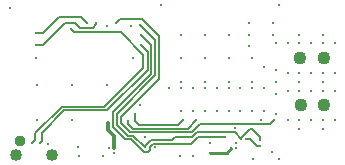
<source format=gbr>
G04 EAGLE Gerber RS-274X export*
G75*
%MOMM*%
%FSLAX34Y34*%
%LPD*%
%INCopper Layer 2*%
%IPPOS*%
%AMOC8*
5,1,8,0,0,1.08239X$1,22.5*%
G01*
%ADD10C,1.108000*%
%ADD11C,0.958000*%
%ADD12C,1.016000*%
%ADD13C,0.302400*%
%ADD14C,0.152400*%
%ADD15C,0.304800*%
%ADD16C,0.254000*%


D10*
X251000Y50000D03*
X271000Y50000D03*
D11*
X13500Y20000D03*
D10*
X270500Y90000D03*
X250500Y90000D03*
D12*
X10000Y8000D03*
X40500Y8000D03*
D13*
X196500Y18000D03*
X63500Y7000D03*
X250000Y70000D03*
X270000Y70000D03*
X230000Y70000D03*
X210000Y70000D03*
X190000Y70000D03*
X170000Y70000D03*
X150000Y70000D03*
X150000Y90000D03*
X170000Y90000D03*
X190000Y90000D03*
X210000Y90000D03*
X190000Y110000D03*
X170000Y110000D03*
X150000Y110000D03*
X270000Y110000D03*
X250000Y110000D03*
X227500Y110000D03*
X270000Y30000D03*
X250000Y30000D03*
X170000Y65000D03*
X160000Y65000D03*
X150000Y65000D03*
X180000Y65000D03*
X190000Y65000D03*
X200000Y65000D03*
X210000Y65000D03*
X220000Y65000D03*
X230000Y60000D03*
X160000Y45000D03*
X170000Y45000D03*
X180000Y45000D03*
X190000Y45000D03*
X200000Y45000D03*
X210000Y45000D03*
X150000Y45000D03*
X140000Y65000D03*
X240000Y62500D03*
X250000Y62500D03*
X260000Y62500D03*
X270000Y62500D03*
X270000Y37500D03*
X260000Y37500D03*
X250000Y37500D03*
X240000Y37500D03*
X270000Y77500D03*
X260000Y77500D03*
X250000Y77500D03*
X240000Y77500D03*
X260000Y102500D03*
X270000Y102500D03*
X250000Y102500D03*
X240000Y102500D03*
X207500Y110000D03*
X207500Y100000D03*
X220000Y82500D03*
X230000Y80000D03*
X230000Y102500D03*
X227500Y120000D03*
X207500Y120000D03*
X132500Y135000D03*
X232500Y5000D03*
X232500Y135000D03*
X211000Y5000D03*
X160000Y7500D03*
X27500Y67500D03*
X27500Y37500D03*
X57500Y37500D03*
X57500Y67500D03*
X87500Y67500D03*
X87500Y117500D03*
X107500Y117500D03*
X37500Y17500D03*
X115000Y50000D03*
X83500Y7000D03*
X220000Y45000D03*
X230000Y42500D03*
X280000Y62500D03*
X280000Y37500D03*
X280000Y77500D03*
X280000Y102500D03*
X5000Y132500D03*
X115000Y118000D03*
D14*
X128000Y105000D01*
X128000Y75500D01*
X95500Y43000D01*
D13*
X216500Y20500D03*
X200500Y22000D03*
D14*
X216500Y23500D02*
X216500Y20500D01*
D13*
X119250Y14500D03*
D14*
X119250Y15700D02*
X124364Y20814D01*
X119250Y15700D02*
X119250Y14500D01*
X95500Y33500D02*
X95500Y43000D01*
X104500Y24500D02*
X109250Y24500D01*
X119250Y14500D01*
X104500Y24500D02*
X95500Y33500D01*
D13*
X144000Y22650D03*
D14*
X142164Y20814D01*
X124364Y20814D01*
X144000Y22650D02*
X144366Y23016D01*
X158749Y23016D01*
X163133Y27400D01*
X195100Y27400D01*
X210264Y29736D02*
X216500Y23500D01*
X200500Y22000D02*
X195100Y27400D01*
X200500Y22294D02*
X200500Y22000D01*
X200500Y22294D02*
X207942Y29736D01*
X210264Y29736D01*
D13*
X115500Y110000D03*
D14*
X124500Y101000D01*
X124500Y77000D01*
X92000Y44500D01*
D13*
X216500Y15500D03*
D14*
X214500Y15500D01*
X208000Y22000D01*
X204500Y22000D01*
D13*
X204500Y22000D03*
X123500Y12000D03*
X151650Y17500D03*
D14*
X123500Y15000D02*
X123500Y12000D01*
X107242Y21214D02*
X102553Y21214D01*
X107242Y21214D02*
X118228Y10228D01*
X92000Y31767D02*
X92000Y44500D01*
X92000Y31767D02*
X102553Y21214D01*
D13*
X187286Y23140D03*
D14*
X158500Y17500D02*
X151650Y17500D01*
X164140Y23140D02*
X187286Y23140D01*
X164140Y23140D02*
X158500Y17500D01*
X129044Y17500D02*
X129008Y17536D01*
X129044Y17500D02*
X151650Y17500D01*
X126036Y17536D02*
X123500Y15000D01*
X126036Y17536D02*
X129008Y17536D01*
X121728Y10228D02*
X118228Y10228D01*
X121728Y10228D02*
X123500Y12000D01*
D13*
X111000Y43000D03*
X151400Y37500D03*
D14*
X111000Y36500D02*
X111000Y43000D01*
X111000Y36500D02*
X114040Y33460D01*
X147360Y33460D02*
X151400Y37500D01*
X147360Y33460D02*
X114040Y33460D01*
D13*
X162500Y37500D03*
X105000Y37000D03*
D14*
X105000Y34500D02*
X109200Y30300D01*
X105000Y34500D02*
X105000Y37000D01*
X155300Y30300D02*
X162500Y37500D01*
X155300Y30300D02*
X109200Y30300D01*
D13*
X78000Y120000D03*
D14*
X74882Y115798D02*
X64618Y115798D01*
X60416Y120000D02*
X51500Y120000D01*
X78000Y120000D02*
X78000Y118916D01*
X74882Y115798D01*
X64618Y115798D02*
X60416Y120000D01*
X51500Y120000D02*
X33048Y101548D01*
D13*
X27000Y101548D03*
D14*
X33048Y101548D01*
D13*
X70000Y120000D03*
D14*
X65225Y124775D01*
X46375Y124775D01*
X32600Y111000D01*
X27000Y111000D01*
D13*
X27000Y111000D03*
X226500Y10500D03*
X196500Y14000D03*
X195600Y30900D03*
X62176Y14750D03*
X93000Y14000D03*
X127750Y14500D03*
X149000Y7350D03*
X109000Y90000D03*
X87851Y34851D03*
D15*
X87851Y29149D01*
X93000Y24000D01*
X93000Y14000D01*
D13*
X27000Y90000D03*
X56500Y115000D03*
D14*
X59500Y112000D01*
X26500Y26500D02*
X26500Y20500D01*
X24000Y18000D01*
D13*
X24000Y18000D03*
D14*
X59500Y112000D02*
X99000Y112000D01*
X118000Y93000D02*
X118000Y82000D01*
X85000Y49000D01*
X49000Y49000D02*
X26500Y26500D01*
X99000Y112000D02*
X118000Y93000D01*
X85000Y49000D02*
X49000Y49000D01*
D13*
X115500Y101500D03*
D14*
X121500Y95500D01*
X121500Y80000D01*
X87500Y46000D01*
X51000Y46000D01*
X31900Y26900D01*
X31900Y19900D02*
X30000Y18000D01*
X31900Y19900D02*
X31900Y26900D01*
D13*
X30000Y18000D03*
X93000Y10000D03*
X119000Y23500D03*
X217600Y37500D03*
X89000Y14000D03*
D14*
X95000Y120000D02*
X98000Y123000D01*
X117000Y123000D01*
X131302Y108698D01*
X131302Y72718D01*
D13*
X95000Y120000D03*
D14*
X131302Y72718D02*
X98584Y40000D01*
X158802Y27302D02*
X165800Y34300D01*
X225500Y34300D02*
X228700Y37500D01*
X225500Y34300D02*
X165800Y34300D01*
D13*
X228700Y37500D03*
D14*
X98584Y35416D02*
X98584Y40000D01*
X106698Y27302D02*
X158802Y27302D01*
X106698Y27302D02*
X98584Y35416D01*
D13*
X174000Y18000D03*
X192500Y14000D03*
X174000Y10000D03*
D16*
X188500Y10000D02*
X192500Y14000D01*
X188500Y10000D02*
X174000Y10000D01*
M02*

</source>
